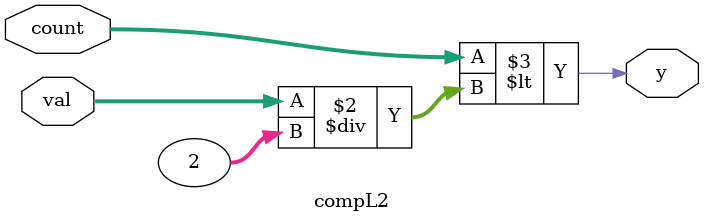
<source format=sv>
module compL2 #(parameter N = 18)(input logic [N-1:0] val, input logic [N-1:0] count, output logic y);
	always_comb
		y = (count<(val/2));
endmodule

</source>
